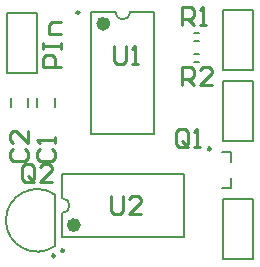
<source format=gto>
G04 Layer_Color=65535*
%FSLAX44Y44*%
%MOMM*%
G71*
G01*
G75*
%ADD20C,0.2000*%
%ADD21C,0.2500*%
%ADD22C,0.6000*%
%ADD23C,0.2540*%
D20*
X50200Y61708D02*
G03*
X50200Y18292I-15200J-21707D01*
G01*
X56000Y46150D02*
G03*
X56000Y58850I0J6350D01*
G01*
X101150Y216500D02*
G03*
X113850Y216500I6350J0D01*
G01*
X50200Y18292D02*
Y61708D01*
X168000Y181000D02*
X172000D01*
X168000Y174000D02*
X172000D01*
X191500Y97500D02*
X199500D01*
Y89500D02*
Y97500D01*
X191500Y67500D02*
X199500D01*
Y75500D01*
X56000Y26000D02*
X159000D01*
X56000Y79000D02*
X159000D01*
X56000Y26000D02*
Y46150D01*
Y58850D02*
Y79000D01*
X159000Y26000D02*
Y79000D01*
X192300Y6900D02*
X217700D01*
X192300D02*
Y57700D01*
X217700D01*
Y6900D02*
Y57700D01*
X192300Y166900D02*
X217700D01*
X192300D02*
Y217700D01*
X217700D01*
Y166900D02*
Y217700D01*
X192300Y158100D02*
X217700D01*
Y107300D02*
Y158100D01*
X192300Y107300D02*
X217700D01*
X192300D02*
Y158100D01*
X168000Y198500D02*
X172000D01*
X168000Y191500D02*
X172000D01*
X81000Y113500D02*
Y216500D01*
X134000Y113500D02*
Y216500D01*
X81000D02*
X101150D01*
X113850D02*
X134000D01*
X81000Y113500D02*
X134000D01*
X50000Y136000D02*
Y144000D01*
X35000Y136000D02*
Y144000D01*
X27500Y136000D02*
Y144000D01*
X12500Y136000D02*
Y144000D01*
X9800Y164400D02*
X35200D01*
X9800D02*
Y215200D01*
X35200D01*
Y164400D02*
Y215200D01*
D21*
X49960Y9970D02*
G03*
X49960Y9970I-1250J0D01*
G01*
X182000Y100500D02*
G03*
X182000Y100500I-1250J0D01*
G01*
X57650Y14400D02*
G03*
X57650Y14400I-1250J0D01*
G01*
X70650Y216100D02*
G03*
X70650Y216100I-1250J0D01*
G01*
D22*
X69000Y36000D02*
G03*
X69000Y36000I-3000J0D01*
G01*
X94000Y206500D02*
G03*
X94000Y206500I-3000J0D01*
G01*
D23*
X32657Y75039D02*
Y85196D01*
X30117Y87735D01*
X25039D01*
X22500Y85196D01*
Y75039D01*
X25039Y72500D01*
X30117D01*
X27578Y77578D02*
X32657Y72500D01*
X30117D02*
X32657Y75039D01*
X47892Y72500D02*
X37735D01*
X47892Y82657D01*
Y85196D01*
X45353Y87735D01*
X40274D01*
X37735Y85196D01*
X157500Y155000D02*
Y170235D01*
X165117D01*
X167657Y167696D01*
Y162617D01*
X165117Y160078D01*
X157500D01*
X162578D02*
X167657Y155000D01*
X182892D02*
X172735D01*
X182892Y165157D01*
Y167696D01*
X180353Y170235D01*
X175274D01*
X172735Y167696D01*
X162657Y105039D02*
Y115196D01*
X160117Y117735D01*
X155039D01*
X152500Y115196D01*
Y105039D01*
X155039Y102500D01*
X160117D01*
X157578Y107578D02*
X162657Y102500D01*
X160117D02*
X162657Y105039D01*
X167735Y102500D02*
X172813D01*
X170274D01*
Y117735D01*
X167735Y115196D01*
X97500Y60235D02*
Y47539D01*
X100039Y45000D01*
X105118D01*
X107657Y47539D01*
Y60235D01*
X122892Y45000D02*
X112735D01*
X122892Y55157D01*
Y57696D01*
X120353Y60235D01*
X115274D01*
X112735Y57696D01*
X157500Y205000D02*
Y220235D01*
X165117D01*
X167657Y217696D01*
Y212617D01*
X165117Y210078D01*
X157500D01*
X162578D02*
X167657Y205000D01*
X172735D02*
X177813D01*
X175274D01*
Y220235D01*
X172735Y217696D01*
X100000Y187735D02*
Y175039D01*
X102539Y172500D01*
X107618D01*
X110157Y175039D01*
Y187735D01*
X115235Y172500D02*
X120313D01*
X117774D01*
Y187735D01*
X115235Y185196D01*
X37304Y100157D02*
X34765Y97618D01*
Y92539D01*
X37304Y90000D01*
X47461D01*
X50000Y92539D01*
Y97618D01*
X47461Y100157D01*
X50000Y105235D02*
Y110313D01*
Y107774D01*
X34765D01*
X37304Y105235D01*
X14804Y100157D02*
X12265Y97618D01*
Y92539D01*
X14804Y90000D01*
X24961D01*
X27500Y92539D01*
Y97618D01*
X24961Y100157D01*
X27500Y115392D02*
Y105235D01*
X17343Y115392D01*
X14804D01*
X12265Y112853D01*
Y107774D01*
X14804Y105235D01*
X55000Y170000D02*
X39765D01*
Y177617D01*
X42304Y180157D01*
X47382D01*
X49922Y177617D01*
Y170000D01*
X39765Y185235D02*
Y190313D01*
Y187774D01*
X55000D01*
Y185235D01*
Y190313D01*
Y197931D02*
X44843D01*
Y205548D01*
X47382Y208088D01*
X55000D01*
M02*

</source>
